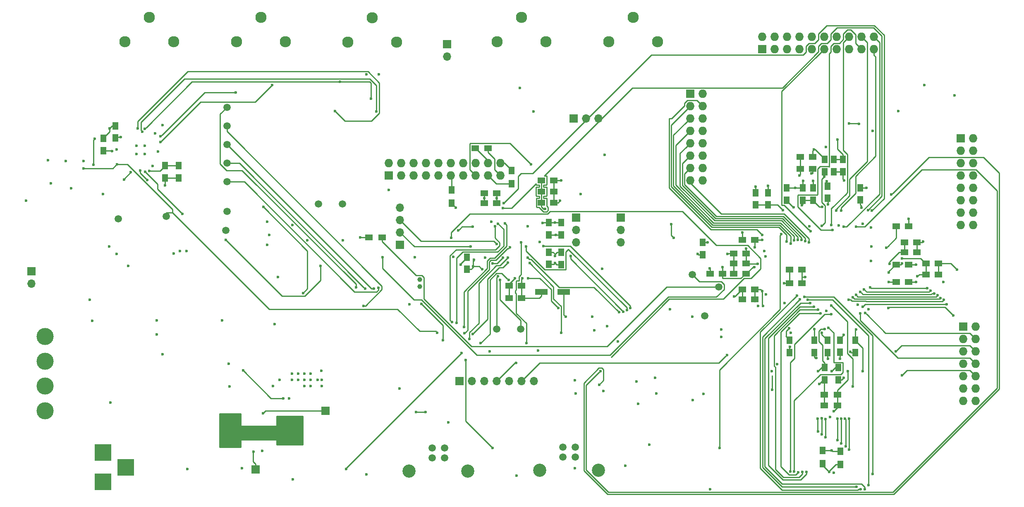
<source format=gbr>
G04 #@! TF.FileFunction,Copper,L4,Bot,Signal*
%FSLAX46Y46*%
G04 Gerber Fmt 4.6, Leading zero omitted, Abs format (unit mm)*
G04 Created by KiCad (PCBNEW 4.0.7-e2-6376~58~ubuntu16.04.1) date Mon Aug 27 15:24:17 2018*
%MOMM*%
%LPD*%
G01*
G04 APERTURE LIST*
%ADD10C,0.100000*%
%ADD11C,1.500000*%
%ADD12R,1.727200X1.727200*%
%ADD13O,1.727200X1.727200*%
%ADD14R,1.700000X1.700000*%
%ADD15O,1.700000X1.700000*%
%ADD16R,1.250000X1.500000*%
%ADD17C,1.000000*%
%ADD18C,1.520000*%
%ADD19C,2.700000*%
%ADD20R,1.500000X1.300000*%
%ADD21R,1.300000X1.500000*%
%ADD22R,1.500000X1.250000*%
%ADD23R,2.598420X1.198880*%
%ADD24R,2.600960X1.198880*%
%ADD25C,2.300000*%
%ADD26R,3.500000X3.500000*%
%ADD27C,3.500000*%
%ADD28C,0.600000*%
%ADD29C,1.200000*%
%ADD30C,0.250000*%
%ADD31C,0.254000*%
G04 APERTURE END LIST*
D10*
D11*
X94361000Y-97663000D03*
D12*
X204216000Y-60452000D03*
D13*
X204216000Y-57912000D03*
X206756000Y-60452000D03*
X206756000Y-57912000D03*
X209296000Y-60452000D03*
X209296000Y-57912000D03*
X211836000Y-60452000D03*
X211836000Y-57912000D03*
X214376000Y-60452000D03*
X214376000Y-57912000D03*
X216916000Y-60452000D03*
X216916000Y-57912000D03*
X219456000Y-60452000D03*
X219456000Y-57912000D03*
X221996000Y-60452000D03*
X221996000Y-57912000D03*
X224536000Y-60452000D03*
X224536000Y-57912000D03*
X227076000Y-60452000D03*
X227076000Y-57912000D03*
D12*
X189484000Y-69596000D03*
D13*
X192024000Y-69596000D03*
X189484000Y-72136000D03*
X192024000Y-72136000D03*
X189484000Y-74676000D03*
X192024000Y-74676000D03*
X189484000Y-77216000D03*
X192024000Y-77216000D03*
X189484000Y-79756000D03*
X192024000Y-79756000D03*
X189484000Y-82296000D03*
X192024000Y-82296000D03*
X189484000Y-84836000D03*
X192024000Y-84836000D03*
X189484000Y-87376000D03*
X192024000Y-87376000D03*
D14*
X166116000Y-94996000D03*
D15*
X166116000Y-97536000D03*
X166116000Y-100076000D03*
D14*
X175260000Y-94996000D03*
D15*
X175260000Y-97536000D03*
X175260000Y-100076000D03*
D16*
X160528000Y-102108000D03*
X160528000Y-104608000D03*
X143764000Y-105624000D03*
X143764000Y-103124000D03*
D14*
X130048000Y-100584000D03*
D15*
X130048000Y-98044000D03*
X130048000Y-95504000D03*
X130048000Y-92964000D03*
D17*
X134112000Y-107696000D03*
X134112000Y-109196000D03*
D12*
X127762000Y-86360000D03*
D13*
X127762000Y-83820000D03*
X130302000Y-86360000D03*
X130302000Y-83820000D03*
X132842000Y-86360000D03*
X132842000Y-83820000D03*
X135382000Y-86360000D03*
X135382000Y-83820000D03*
X137922000Y-86360000D03*
X137922000Y-83820000D03*
X140462000Y-86360000D03*
X140462000Y-83820000D03*
X143002000Y-86360000D03*
X143002000Y-83820000D03*
X145542000Y-86360000D03*
X145542000Y-83820000D03*
X148082000Y-86360000D03*
X148082000Y-83820000D03*
X150622000Y-86360000D03*
X150622000Y-83820000D03*
D18*
X136652000Y-142272000D03*
X139192000Y-142272000D03*
X139192000Y-144272000D03*
X136652000Y-144272000D03*
D19*
X131922000Y-146972000D03*
X143922000Y-146972000D03*
D14*
X142240000Y-128524000D03*
D15*
X144780000Y-128524000D03*
X147320000Y-128524000D03*
X149860000Y-128524000D03*
X152400000Y-128524000D03*
X154940000Y-128524000D03*
X157480000Y-128524000D03*
D14*
X165608000Y-74676000D03*
D15*
X168148000Y-74676000D03*
X170688000Y-74676000D03*
D11*
X149860000Y-117856000D03*
X154740000Y-117856000D03*
D20*
X219616000Y-131318000D03*
X216916000Y-131318000D03*
D12*
X245364000Y-117348000D03*
D13*
X247904000Y-117348000D03*
X245364000Y-119888000D03*
X247904000Y-119888000D03*
X245364000Y-122428000D03*
X247904000Y-122428000D03*
X245364000Y-124968000D03*
X247904000Y-124968000D03*
X245364000Y-127508000D03*
X247904000Y-127508000D03*
X245364000Y-130048000D03*
X247904000Y-130048000D03*
X245364000Y-132588000D03*
X247904000Y-132588000D03*
D20*
X219616000Y-133505474D03*
X216916000Y-133505474D03*
D21*
X220199227Y-145627998D03*
X220199227Y-142927998D03*
X216576226Y-145495000D03*
X216576226Y-142795000D03*
D18*
X163418000Y-142112000D03*
X165958000Y-142112000D03*
X165958000Y-144112000D03*
X163418000Y-144112000D03*
D19*
X158688000Y-146812000D03*
X170688000Y-146812000D03*
D22*
X200914000Y-106553000D03*
X198414000Y-106553000D03*
D23*
X159004000Y-110236000D03*
D24*
X163606480Y-110236000D03*
D16*
X163068000Y-102148000D03*
X163068000Y-104648000D03*
D22*
X154940000Y-111492222D03*
X152440000Y-111492222D03*
X154940000Y-108952222D03*
X152440000Y-108952222D03*
D16*
X220091000Y-120142000D03*
X220091000Y-122642000D03*
X217015188Y-125777476D03*
X217015188Y-128277476D03*
X219762577Y-125766905D03*
X219762577Y-128266905D03*
X217551000Y-120182000D03*
X217551000Y-122682000D03*
D22*
X159004000Y-87376000D03*
X161504000Y-87376000D03*
X159004000Y-89662000D03*
X161504000Y-89662000D03*
D16*
X163068000Y-96052000D03*
X163068000Y-98552000D03*
D22*
X159044000Y-91948000D03*
X161544000Y-91948000D03*
D16*
X160528000Y-96052000D03*
X160528000Y-98552000D03*
D22*
X147320000Y-90043000D03*
X149820000Y-90043000D03*
X147320000Y-92075000D03*
X149820000Y-92075000D03*
D14*
X139700000Y-59436000D03*
D15*
X139700000Y-61976000D03*
D25*
X154940000Y-53975000D03*
X159940000Y-58975000D03*
X149940000Y-58975000D03*
X177800000Y-53975000D03*
X182800000Y-58975000D03*
X172800000Y-58975000D03*
D11*
X195326000Y-109220000D03*
D25*
X124380000Y-54055000D03*
X129380000Y-59055000D03*
X119380000Y-59055000D03*
D16*
X212471000Y-91420000D03*
X212471000Y-88920000D03*
X202819000Y-92416000D03*
X202819000Y-89916000D03*
X214630000Y-91440000D03*
X214630000Y-88940000D03*
X205359000Y-92416000D03*
X205359000Y-89916000D03*
D11*
X192405000Y-115189000D03*
X189865000Y-106680000D03*
D16*
X192024000Y-100116000D03*
X192024000Y-102616000D03*
D22*
X200903275Y-102362000D03*
X198403275Y-102362000D03*
X200883275Y-104442885D03*
X198383275Y-104442885D03*
X196048000Y-106553000D03*
X193548000Y-106553000D03*
X212003000Y-85066564D03*
X214503000Y-85066564D03*
X237764000Y-106680000D03*
X240264000Y-106680000D03*
X233339000Y-100076000D03*
X235839000Y-100076000D03*
X209824000Y-105664000D03*
X212324000Y-105664000D03*
X233339000Y-102108000D03*
X235839000Y-102108000D03*
D12*
X244856000Y-78740000D03*
D13*
X247396000Y-78740000D03*
X244856000Y-81280000D03*
X247396000Y-81280000D03*
X244856000Y-83820000D03*
X247396000Y-83820000D03*
X244856000Y-86360000D03*
X247396000Y-86360000D03*
X244856000Y-88900000D03*
X247396000Y-88900000D03*
X244856000Y-91440000D03*
X247396000Y-91440000D03*
X244856000Y-93980000D03*
X247396000Y-93980000D03*
X244856000Y-96520000D03*
X247396000Y-96520000D03*
D16*
X218867494Y-85579042D03*
X218867494Y-83079042D03*
X220706000Y-85578000D03*
X220706000Y-83078000D03*
D22*
X212003000Y-82550000D03*
X214503000Y-82550000D03*
D16*
X216962494Y-85579042D03*
X216962494Y-83079042D03*
D14*
X100457000Y-146685000D03*
X114808000Y-134620000D03*
D26*
X69215000Y-143225000D03*
X69215000Y-149225000D03*
X73915000Y-146225000D03*
D27*
X57404000Y-134620000D03*
X57404000Y-129540000D03*
X57404000Y-124460000D03*
X57404000Y-119380000D03*
D21*
X152908000Y-88091000D03*
X152908000Y-85391000D03*
D20*
X148115000Y-80772000D03*
X145415000Y-80772000D03*
D14*
X54610000Y-106045000D03*
D15*
X54610000Y-108585000D03*
D21*
X140589000Y-89328000D03*
X140589000Y-92028000D03*
D11*
X113357000Y-92202000D03*
X118237000Y-92202000D03*
X94615000Y-83820000D03*
X94615000Y-80010000D03*
D16*
X71755000Y-76200000D03*
X71755000Y-78700000D03*
X69342000Y-78780000D03*
X69342000Y-81280000D03*
D11*
X82169000Y-94742000D03*
X94615000Y-72390000D03*
X94615000Y-76200000D03*
D16*
X84742112Y-84348000D03*
X84742112Y-86848000D03*
X81915000Y-84348000D03*
X81915000Y-86848000D03*
D11*
X72390000Y-95250000D03*
D25*
X78740000Y-53975000D03*
X83740000Y-58975000D03*
X73740000Y-58975000D03*
X101600000Y-53975000D03*
X106600000Y-58975000D03*
X96600000Y-58975000D03*
D11*
X94615000Y-87630000D03*
X94615000Y-93726000D03*
D22*
X237764000Y-104394000D03*
X240264000Y-104394000D03*
X209804000Y-108458000D03*
X212304000Y-108458000D03*
X202692000Y-99568000D03*
X200192000Y-99568000D03*
X202652000Y-109728000D03*
X200152000Y-109728000D03*
X202652000Y-111760000D03*
X200152000Y-111760000D03*
X231648000Y-108204000D03*
X234148000Y-108204000D03*
X231648000Y-104648000D03*
X234148000Y-104648000D03*
X231648000Y-96774000D03*
X234148000Y-96774000D03*
D16*
X224262000Y-91400000D03*
X224262000Y-88900000D03*
X217551000Y-91059000D03*
X217551000Y-88559000D03*
X209169000Y-91440000D03*
X209169000Y-88940000D03*
X209804000Y-120162000D03*
X209804000Y-122662000D03*
X214884000Y-120162000D03*
X214884000Y-122662000D03*
X223286000Y-120162000D03*
X223286000Y-122662000D03*
D20*
X126398000Y-99060000D03*
X123698000Y-99060000D03*
D28*
X76112500Y-81987500D03*
X77837500Y-81987500D03*
X77837500Y-80262500D03*
X76112500Y-80262500D03*
X140948771Y-103096502D03*
X102108000Y-92837000D03*
X110236000Y-110490000D03*
X223774000Y-112903000D03*
X225933000Y-113792002D03*
X66548000Y-111887000D03*
X102870000Y-100584000D03*
X206248000Y-130302000D03*
X178816000Y-133223000D03*
X182499000Y-131064000D03*
X178435000Y-128651000D03*
X214757000Y-81026000D03*
X219583000Y-78994000D03*
X80264000Y-116078000D03*
X80264000Y-118999000D03*
X195834000Y-117983000D03*
X81407000Y-123063000D03*
X104013000Y-129540000D03*
X111760000Y-129540000D03*
X110490000Y-129540000D03*
X105410000Y-128270000D03*
X107950000Y-128270000D03*
X107950000Y-127000000D03*
X111760000Y-127000000D03*
X110490000Y-127000000D03*
X109220000Y-127000000D03*
X109220000Y-128270000D03*
X110490000Y-128270000D03*
X111760000Y-128270000D03*
X113157000Y-128270000D03*
X114046000Y-129540000D03*
X114046000Y-128270000D03*
X113988010Y-126422990D03*
X58547000Y-88011000D03*
X62738000Y-89027000D03*
X153924000Y-147955000D03*
X167021000Y-90170000D03*
X171958000Y-82169000D03*
X123190000Y-147701000D03*
X129921000Y-130048000D03*
X139954000Y-137033000D03*
X171704000Y-130556000D03*
X165989000Y-131064000D03*
X165862000Y-146431000D03*
X189992000Y-132461000D03*
X182245000Y-127889000D03*
X162814000Y-91567000D03*
X163068000Y-87376000D03*
X142494000Y-104648000D03*
X147447000Y-103251000D03*
X97663000Y-146399000D03*
X101854000Y-142875000D03*
X108077000Y-148670000D03*
X86487000Y-146558000D03*
X141478000Y-92964000D03*
X153616330Y-107451999D03*
X148393989Y-122428000D03*
X158333000Y-122301000D03*
X148717000Y-95885000D03*
X156210000Y-96774000D03*
X161925000Y-98552000D03*
X149820000Y-91059000D03*
X161798000Y-104325999D03*
X185293000Y-113792000D03*
X174625000Y-120396000D03*
X169799000Y-118110000D03*
X193548000Y-150689979D03*
X218821000Y-147320000D03*
X210058000Y-118618000D03*
X217297000Y-114173000D03*
X217419417Y-87540999D03*
X214249000Y-85979000D03*
X133096000Y-103124000D03*
X131953000Y-112776000D03*
X93599000Y-116078000D03*
X103251000Y-98552000D03*
X102870000Y-95885000D03*
X118364000Y-99695000D03*
X108049559Y-96547441D03*
X111058942Y-99634058D03*
X57971564Y-83252436D03*
X154559000Y-68453000D03*
X157353000Y-73279000D03*
X72009000Y-81026000D03*
X70612000Y-76708000D03*
X81407000Y-76073000D03*
X79883000Y-77724000D03*
X123190000Y-65658996D03*
X125730000Y-65659000D03*
X80518000Y-81500010D03*
X65278000Y-83439000D03*
X61595000Y-83439000D03*
X81915000Y-88421615D03*
X79375000Y-84455000D03*
X219837000Y-96647000D03*
X226822000Y-77216000D03*
X237363000Y-67818000D03*
X243586000Y-69977000D03*
X203327000Y-113157000D03*
X204978000Y-110744000D03*
X208788000Y-112522000D03*
X226441000Y-103886000D03*
X226568000Y-100965000D03*
X226441000Y-97028000D03*
X224790000Y-96266000D03*
X212979000Y-107188000D03*
X204597000Y-101854000D03*
X204851000Y-102997000D03*
X213868000Y-96774000D03*
X218059000Y-135890000D03*
X209921010Y-121539000D03*
X218431859Y-142781857D03*
X220853000Y-127889000D03*
X198464575Y-111156324D03*
X193421000Y-105410000D03*
X244094000Y-105664000D03*
X215900000Y-129159000D03*
X67056000Y-116205000D03*
X205359000Y-88519000D03*
X202819000Y-88646000D03*
X212598000Y-87503000D03*
X214630000Y-87503000D03*
X237109000Y-99949000D03*
X220091000Y-123952000D03*
X217678000Y-123952000D03*
X191008000Y-102489000D03*
X197104000Y-102489000D03*
X210947000Y-88900000D03*
X215265000Y-123824996D03*
X222250000Y-122555000D03*
X234188000Y-95250000D03*
X235712000Y-104648000D03*
X235712000Y-108204000D03*
X225552000Y-88900000D03*
X200192000Y-98084000D03*
X148971000Y-104394000D03*
X156845000Y-84074000D03*
X151130000Y-103235010D03*
X155067000Y-107442000D03*
X150114000Y-107061000D03*
X196088000Y-105156000D03*
X208661000Y-108458000D03*
X217292493Y-80518000D03*
X171450000Y-105537000D03*
X232791000Y-104394000D03*
X232029000Y-73152000D03*
X193040006Y-100076000D03*
X181102000Y-141605000D03*
X176149000Y-145923000D03*
X146878051Y-105603051D03*
X165862000Y-128364000D03*
X161798000Y-102869990D03*
X145229918Y-103642000D03*
X145034000Y-105029000D03*
X127762000Y-89348999D03*
X195800261Y-119507000D03*
X159258000Y-96139000D03*
X161798000Y-96012000D03*
X70485000Y-100965000D03*
X74422000Y-104902000D03*
X147320000Y-91059000D03*
X172482000Y-117277000D03*
X189865000Y-115316000D03*
X169418000Y-115316000D03*
X163957000Y-115316000D03*
X217678000Y-92329000D03*
X216916000Y-86614000D03*
X105029000Y-107188000D03*
X104394000Y-116840000D03*
X69215000Y-90170000D03*
X78740000Y-85471000D03*
X204343000Y-113157000D03*
X232790990Y-103378011D03*
X229616000Y-101219000D03*
X209679551Y-117731551D03*
X235975990Y-107061009D03*
X230124000Y-106289010D03*
X223452021Y-117983000D03*
X210643978Y-92938487D03*
X204216000Y-110071010D03*
X217932000Y-147193000D03*
X202565000Y-105156000D03*
X221742000Y-126545011D03*
X218440000Y-126545011D03*
X215646000Y-126545011D03*
X217001000Y-117856000D03*
X224790000Y-126545011D03*
X218821000Y-134747000D03*
X206121000Y-126545011D03*
X72009000Y-102489000D03*
X208407000Y-93472000D03*
X216376000Y-96742000D03*
X207264000Y-125095000D03*
X214884000Y-117856000D03*
X241300000Y-108204000D03*
X230124000Y-108204010D03*
X220980000Y-87376000D03*
X224536000Y-92964000D03*
X202692000Y-101092000D03*
X204216000Y-99568000D03*
X150495000Y-107823000D03*
X159766000Y-93217996D03*
X95123000Y-129667000D03*
X70739000Y-132969000D03*
X192151000Y-131191000D03*
X107315000Y-132080000D03*
X97917000Y-126365000D03*
X106172000Y-132080000D03*
X94996000Y-124968000D03*
X53467000Y-91567000D03*
X126492000Y-103124000D03*
X216451021Y-92837000D03*
X220914647Y-119060647D03*
X230251000Y-104521000D03*
X212344000Y-92455994D03*
X86360000Y-101863999D03*
X84963000Y-101863999D03*
X83693000Y-102362000D03*
X200914000Y-101346000D03*
X216408000Y-118618000D03*
X203276999Y-104470999D03*
X211836000Y-86360000D03*
X81026000Y-79502000D03*
X103886000Y-67818000D03*
X67564000Y-78867000D03*
X67292009Y-84201000D03*
X81025994Y-78359000D03*
X96393000Y-69342000D03*
X76327000Y-76708000D03*
X116713000Y-73152000D03*
X77326667Y-77444781D03*
X125222000Y-73279000D03*
X72898000Y-78486000D03*
X71120000Y-81407000D03*
X152273000Y-107823000D03*
X153797000Y-124841000D03*
X146558000Y-120777000D03*
X100076000Y-143002000D03*
X101981000Y-135128000D03*
X138811000Y-120142000D03*
X134409345Y-112688655D03*
X185547000Y-96393002D03*
X186055000Y-99187000D03*
X152146000Y-104267000D03*
X144907000Y-118872000D03*
X156317012Y-107442000D03*
X162441501Y-113546501D03*
X163068000Y-118618000D03*
X156591000Y-104325999D03*
X158623000Y-100045000D03*
X196977000Y-123190000D03*
X154813004Y-100076000D03*
X155956000Y-120786990D03*
X122936000Y-109591001D03*
X125669051Y-109407949D03*
X72136000Y-84074008D03*
X65278000Y-84963000D03*
X137671129Y-118632416D03*
X122555000Y-113175870D03*
X121031000Y-109347000D03*
X124714000Y-109591000D03*
X225298000Y-114554000D03*
X231521000Y-122428000D03*
X224282000Y-114681006D03*
X232791000Y-127381000D03*
X144526000Y-100965000D03*
X149860000Y-100457000D03*
X140538108Y-99196990D03*
X141986000Y-97663000D03*
X144980250Y-96902771D03*
X113792000Y-104902000D03*
X94361000Y-99568000D03*
X226641169Y-93614268D03*
X151257000Y-92075000D03*
X151130000Y-93091000D03*
X225858036Y-93450851D03*
X204216000Y-98552000D03*
X209169000Y-99949000D03*
X210058000Y-100330000D03*
X210693000Y-99695000D03*
X211482117Y-99563481D03*
X212282104Y-99568400D03*
X213033877Y-99841969D03*
X213793364Y-100093330D03*
X214122000Y-97790000D03*
X218313000Y-96520000D03*
X218567000Y-97536000D03*
X219329000Y-93589000D03*
X220345000Y-93599000D03*
X220853000Y-96901000D03*
X143256000Y-118745000D03*
X118999000Y-146558000D03*
X142621000Y-122809000D03*
X152527000Y-101092000D03*
X148971000Y-142240000D03*
X143510000Y-124206000D03*
X144272000Y-119888000D03*
X152146000Y-103251000D03*
X156226163Y-103233199D03*
X174879000Y-114427000D03*
X143129000Y-117475000D03*
X151577058Y-96199942D03*
X135255000Y-134874000D03*
X133350000Y-134874000D03*
X208151321Y-98426679D03*
X195453000Y-142239996D03*
X224028000Y-75819000D03*
X221996000Y-75692000D03*
X77841594Y-76832515D03*
X117729000Y-67192999D03*
X124079000Y-70612000D03*
X77851000Y-85598000D03*
X85471000Y-94234000D03*
X76871948Y-85375846D03*
X78321894Y-87298023D03*
X73532994Y-87249000D03*
X74930000Y-85725000D03*
X175768000Y-114300000D03*
X164972295Y-102863999D03*
X155874283Y-100943011D03*
X176525741Y-114014397D03*
X177172881Y-113544065D03*
X159385000Y-100838000D03*
X150114000Y-96266000D03*
X141605000Y-116586000D03*
X140722215Y-116465215D03*
X149479000Y-96774000D03*
X97536000Y-139700000D03*
X97536000Y-138525000D03*
X95504000Y-138684000D03*
X94488000Y-138684000D03*
X93472000Y-138684000D03*
X105664000Y-141224000D03*
X106680000Y-141224000D03*
X107696000Y-141224000D03*
X108712000Y-141224000D03*
X109728000Y-141224000D03*
X109728000Y-139700000D03*
X108712000Y-139700000D03*
X107696000Y-139700000D03*
X106680000Y-139700000D03*
X105664000Y-139700000D03*
X105664000Y-138176000D03*
X106680000Y-138176000D03*
X107696000Y-138176000D03*
X108712000Y-138176000D03*
X109728000Y-138176000D03*
X109728000Y-136652000D03*
X108712000Y-136652000D03*
X107696000Y-136652000D03*
X106680000Y-136652000D03*
X105664000Y-136652000D03*
X93472000Y-141224000D03*
X94488000Y-141224000D03*
X95504000Y-141224000D03*
X96520000Y-141224000D03*
X96520000Y-139700000D03*
X95504000Y-139700000D03*
X94488000Y-139700000D03*
X93472000Y-139700000D03*
X96520000Y-137668000D03*
X95504000Y-137668000D03*
X94488000Y-137668000D03*
X93472000Y-137668000D03*
X96520000Y-136144000D03*
X95504000Y-136144000D03*
X94488000Y-136144000D03*
X93472000Y-136144000D03*
D29*
X100552000Y-139700000D03*
X101727000Y-138525000D03*
D28*
X230632000Y-90296998D03*
X170815000Y-129286000D03*
X171069000Y-126492000D03*
X223393000Y-96901000D03*
X218313000Y-113029986D03*
X222758000Y-129667000D03*
X224406041Y-150689979D03*
X211328000Y-110998000D03*
X223520000Y-150239968D03*
X211930974Y-111797503D03*
X212852000Y-111252000D03*
X226822000Y-147574000D03*
X225933000Y-149860000D03*
X213487000Y-111887000D03*
X225206048Y-150687291D03*
X213995000Y-112522000D03*
X214757000Y-113284000D03*
X213233000Y-147193006D03*
X215646000Y-113919000D03*
X212433001Y-147188417D03*
X216154000Y-114681000D03*
X211546513Y-147256493D03*
X210772625Y-147053721D03*
X217800559Y-117597559D03*
X209931000Y-147066000D03*
X218313000Y-114808000D03*
X230068001Y-113528000D03*
X243305768Y-115105446D03*
X224790000Y-113284000D03*
X241935000Y-112776000D03*
X221869000Y-111887000D03*
X241409961Y-111873286D03*
X240688200Y-111528228D03*
X222752998Y-111351001D03*
X223393000Y-110870979D03*
X240110543Y-110974771D03*
X224282000Y-110245990D03*
X239395000Y-110617000D03*
X225044000Y-109728000D03*
X238633000Y-109982000D03*
X226314000Y-109345968D03*
X237998000Y-109474000D03*
X215519000Y-136271000D03*
X215646000Y-138859003D03*
X216408000Y-136144000D03*
X216408000Y-139436000D03*
X217192466Y-136300893D03*
X217189999Y-140061001D03*
X219583000Y-136271000D03*
X219583000Y-140686001D03*
X220383003Y-136271000D03*
X220345000Y-141311001D03*
X221183006Y-136271000D03*
X221286764Y-141936001D03*
X221996000Y-142560990D03*
X221996000Y-136271000D03*
X121920000Y-99060000D03*
D30*
X111115001Y-101844001D02*
X102108000Y-92837000D01*
X110236000Y-110490000D02*
X111115001Y-109610999D01*
X111115001Y-109610999D02*
X111115001Y-101844001D01*
X152440000Y-108952222D02*
X152440000Y-108628329D01*
X152440000Y-108628329D02*
X153316331Y-107751998D01*
X153316331Y-107751998D02*
X153616330Y-107451999D01*
X240264000Y-106680000D02*
X240264000Y-104394000D01*
X152440000Y-111492222D02*
X152440000Y-110617222D01*
X152440000Y-110617222D02*
X152440000Y-108952222D01*
X206248000Y-130302000D02*
X206248000Y-127472003D01*
X218867494Y-83079042D02*
X220704958Y-83079042D01*
X220704958Y-83079042D02*
X220706000Y-83078000D01*
X216962494Y-83079042D02*
X216962494Y-82954042D01*
X216962494Y-82954042D02*
X215034452Y-81026000D01*
X215034452Y-81026000D02*
X214757000Y-81026000D01*
X214503000Y-82550000D02*
X214503000Y-81280000D01*
X214503000Y-81280000D02*
X214757000Y-81026000D01*
X219583000Y-80955000D02*
X219583000Y-78994000D01*
X220706000Y-83078000D02*
X220706000Y-82078000D01*
X220706000Y-82078000D02*
X219583000Y-80955000D01*
X161544000Y-91948000D02*
X162433000Y-91948000D01*
X162433000Y-91948000D02*
X162814000Y-91567000D01*
X161504000Y-87376000D02*
X163068000Y-87376000D01*
X161504000Y-89662000D02*
X161504000Y-91908000D01*
X161504000Y-91908000D02*
X161544000Y-91948000D01*
X161504000Y-87376000D02*
X161504000Y-89662000D01*
X142494000Y-104519000D02*
X142494000Y-104648000D01*
X143764000Y-103124000D02*
X143764000Y-103249000D01*
X143764000Y-103249000D02*
X142494000Y-104519000D01*
X140589000Y-92075000D02*
X141478000Y-92964000D01*
X140589000Y-92028000D02*
X140589000Y-92075000D01*
X152908000Y-85391000D02*
X152908000Y-85291000D01*
X152908000Y-85291000D02*
X151437000Y-83820000D01*
X151437000Y-83820000D02*
X150622000Y-83820000D01*
X145415000Y-80772000D02*
X145515000Y-80772000D01*
X145515000Y-80772000D02*
X148082000Y-83339000D01*
X148082000Y-83339000D02*
X148082000Y-83820000D01*
X161925000Y-98552000D02*
X163068000Y-98552000D01*
X161403000Y-98552000D02*
X161925000Y-98552000D01*
X160528000Y-98552000D02*
X161403000Y-98552000D01*
X149820000Y-90932000D02*
X149820000Y-92075000D01*
X149820000Y-90043000D02*
X149820000Y-90932000D01*
X149820000Y-90932000D02*
X149820000Y-91059000D01*
X163068000Y-104648000D02*
X162120001Y-104648000D01*
X162120001Y-104648000D02*
X161798000Y-104325999D01*
X160528000Y-104608000D02*
X161515999Y-104608000D01*
X161515999Y-104608000D02*
X161798000Y-104325999D01*
X217424000Y-87545582D02*
X217419417Y-87540999D01*
X217424000Y-88940000D02*
X217424000Y-87545582D01*
X214465564Y-85979000D02*
X214249000Y-85979000D01*
X214503000Y-85066564D02*
X214503000Y-85941564D01*
X214503000Y-85941564D02*
X214465564Y-85979000D01*
X69342000Y-78780000D02*
X69342000Y-78655000D01*
X69342000Y-78655000D02*
X70612000Y-77385000D01*
X70612000Y-77132264D02*
X70612000Y-76708000D01*
X70612000Y-77385000D02*
X70612000Y-77132264D01*
X71755000Y-76200000D02*
X71120000Y-76200000D01*
X71120000Y-76200000D02*
X70612000Y-76708000D01*
X84742112Y-86848000D02*
X81915000Y-86848000D01*
X81915000Y-86848000D02*
X81915000Y-88421615D01*
X212324000Y-107188000D02*
X212324000Y-108438000D01*
X212324000Y-105664000D02*
X212324000Y-107188000D01*
X212324000Y-107188000D02*
X212979000Y-107188000D01*
X212324000Y-108438000D02*
X212304000Y-108458000D01*
X209804000Y-121656010D02*
X209921010Y-121539000D01*
X209804000Y-122662000D02*
X209804000Y-121656010D01*
X218418716Y-142795000D02*
X218431859Y-142781857D01*
X218578000Y-142927998D02*
X218431859Y-142781857D01*
X216576226Y-142795000D02*
X218418716Y-142795000D01*
X220199227Y-142927998D02*
X218578000Y-142927998D01*
X219762577Y-128266905D02*
X220475095Y-128266905D01*
X220475095Y-128266905D02*
X220853000Y-127889000D01*
X198598676Y-111156324D02*
X198464575Y-111156324D01*
X200027000Y-109728000D02*
X198598676Y-111156324D01*
X200152000Y-109728000D02*
X200027000Y-109728000D01*
X193548000Y-106553000D02*
X193548000Y-105537000D01*
X193548000Y-105537000D02*
X193421000Y-105410000D01*
X198383275Y-104442885D02*
X198383275Y-106522275D01*
X198383275Y-106522275D02*
X198414000Y-106553000D01*
X240264000Y-104394000D02*
X242824000Y-104394000D01*
X242824000Y-104394000D02*
X244094000Y-105664000D01*
X217015188Y-128277476D02*
X216781524Y-128277476D01*
X216781524Y-128277476D02*
X215900000Y-129159000D01*
X219752006Y-128277476D02*
X219762577Y-128266905D01*
X216916000Y-131318000D02*
X216916000Y-128376664D01*
X216916000Y-128376664D02*
X217015188Y-128277476D01*
X216916000Y-133505474D02*
X216916000Y-131318000D01*
X205359000Y-89916000D02*
X205359000Y-88519000D01*
X202819000Y-89916000D02*
X202819000Y-88646000D01*
X212471000Y-88920000D02*
X212471000Y-87630000D01*
X212471000Y-87630000D02*
X212598000Y-87503000D01*
X214630000Y-88940000D02*
X214630000Y-87503000D01*
X235839000Y-100076000D02*
X236982000Y-100076000D01*
X236982000Y-100076000D02*
X237109000Y-99949000D01*
X235839000Y-100076000D02*
X235839000Y-102108000D01*
X220051000Y-122682000D02*
X220091000Y-122642000D01*
X220091000Y-122642000D02*
X220091000Y-123952000D01*
X217551000Y-122682000D02*
X217551000Y-123825000D01*
X217551000Y-123825000D02*
X217678000Y-123952000D01*
X192024000Y-102616000D02*
X191135000Y-102616000D01*
X191135000Y-102616000D02*
X191008000Y-102489000D01*
X198403275Y-102362000D02*
X197231000Y-102362000D01*
X197231000Y-102362000D02*
X197104000Y-102489000D01*
X198403275Y-102362000D02*
X198403275Y-104422885D01*
X198403275Y-104422885D02*
X198383275Y-104442885D01*
X209169000Y-88940000D02*
X210907000Y-88940000D01*
X210907000Y-88940000D02*
X210947000Y-88900000D01*
X211576000Y-88900000D02*
X210947000Y-88900000D01*
X212471000Y-88920000D02*
X211596000Y-88920000D01*
X211596000Y-88920000D02*
X211576000Y-88900000D01*
X214610000Y-88920000D02*
X214630000Y-88940000D01*
X214884000Y-123662000D02*
X215046996Y-123824996D01*
X215046996Y-123824996D02*
X215265000Y-123824996D01*
X214884000Y-122662000D02*
X214884000Y-123662000D01*
X223286000Y-122662000D02*
X222357000Y-122662000D01*
X222357000Y-122662000D02*
X222250000Y-122555000D01*
X234148000Y-95290000D02*
X234188000Y-95250000D01*
X234148000Y-96774000D02*
X234148000Y-95290000D01*
X234148000Y-104648000D02*
X235712000Y-104648000D01*
X234148000Y-108204000D02*
X235712000Y-108204000D01*
X224262000Y-88900000D02*
X225552000Y-88900000D01*
X200152000Y-109728000D02*
X200152000Y-111760000D01*
X200192000Y-99568000D02*
X200192000Y-98084000D01*
X149395264Y-104394000D02*
X148971000Y-104394000D01*
X149971010Y-104394000D02*
X149395264Y-104394000D01*
X151130000Y-103235010D02*
X149971010Y-104394000D01*
X145542000Y-86360000D02*
X144339999Y-85157999D01*
X144339999Y-85157999D02*
X144339999Y-79861999D01*
X144339999Y-79861999D02*
X144404999Y-79796999D01*
X144404999Y-79796999D02*
X152567999Y-79796999D01*
X152567999Y-79796999D02*
X156845000Y-84074000D01*
X154940000Y-108952222D02*
X154940000Y-109827222D01*
X154940000Y-109827222D02*
X154940000Y-111492222D01*
X154940000Y-107569000D02*
X155067000Y-107442000D01*
X154940000Y-108952222D02*
X154940000Y-107569000D01*
X154940000Y-111492222D02*
X158597218Y-111492222D01*
X158597218Y-111492222D02*
X159004000Y-111085440D01*
X159004000Y-111085440D02*
X159004000Y-110236000D01*
X149860000Y-117856000D02*
X149860000Y-107315000D01*
X149860000Y-107315000D02*
X150114000Y-107061000D01*
X196048000Y-105196000D02*
X196088000Y-105156000D01*
X196048000Y-106553000D02*
X196048000Y-105196000D01*
X209804000Y-108458000D02*
X208661000Y-108458000D01*
X223452021Y-117983000D02*
X223286000Y-118149021D01*
X192024000Y-100116000D02*
X193000006Y-100116000D01*
X193000006Y-100116000D02*
X193040006Y-100076000D01*
X231648000Y-104648000D02*
X232537000Y-104648000D01*
X232537000Y-104648000D02*
X232791000Y-104394000D01*
X193080006Y-100116000D02*
X193040006Y-100076000D01*
X146578052Y-105303052D02*
X146878051Y-105603051D01*
X146304000Y-105029000D02*
X146578052Y-105303052D01*
X145034000Y-105029000D02*
X146304000Y-105029000D01*
X163068000Y-102148000D02*
X162193000Y-102148000D01*
X161798000Y-102543000D02*
X161798000Y-102572736D01*
X160528000Y-102108000D02*
X161403000Y-102108000D01*
X161403000Y-102108000D02*
X161798000Y-102503000D01*
X162193000Y-102148000D02*
X161798000Y-102543000D01*
X161798000Y-102503000D02*
X161798000Y-102572736D01*
X161798000Y-102572736D02*
X161798000Y-102869990D01*
X145034000Y-104013000D02*
X145229918Y-103642000D01*
X145161000Y-103886000D02*
X145161000Y-103710918D01*
X145161000Y-103710918D02*
X145229918Y-103642000D01*
X145034000Y-105029000D02*
X145034000Y-104013000D01*
X145034000Y-105229000D02*
X145034000Y-105029000D01*
X143764000Y-105624000D02*
X144639000Y-105624000D01*
X144639000Y-105624000D02*
X145034000Y-105229000D01*
X160528000Y-96052000D02*
X159345000Y-96052000D01*
X159345000Y-96052000D02*
X159258000Y-96139000D01*
X161798000Y-96012000D02*
X163028000Y-96012000D01*
X163028000Y-96012000D02*
X163068000Y-96052000D01*
X160528000Y-96052000D02*
X161758000Y-96052000D01*
X161758000Y-96052000D02*
X161798000Y-96012000D01*
X147320000Y-90043000D02*
X147320000Y-91059000D01*
X147320000Y-91186000D02*
X147320000Y-91059000D01*
X147320000Y-92075000D02*
X147320000Y-91186000D01*
X160528000Y-102108000D02*
X161042001Y-102108000D01*
X163606480Y-114965480D02*
X163957000Y-115316000D01*
X163606480Y-110236000D02*
X163606480Y-114965480D01*
X217932000Y-146995225D02*
X217932000Y-147193000D01*
X220199227Y-145627998D02*
X219299227Y-145627998D01*
X219299227Y-145627998D02*
X217932000Y-146995225D01*
X216675999Y-96442001D02*
X216376000Y-96742000D01*
X217076023Y-96041977D02*
X216675999Y-96442001D01*
X217076023Y-92536998D02*
X217076023Y-96041977D01*
X216398001Y-91858976D02*
X217076023Y-92536998D01*
X216398001Y-87143535D02*
X216398001Y-91858976D01*
X216962494Y-86579042D02*
X216398001Y-87143535D01*
X217678000Y-91904736D02*
X217678000Y-92329000D01*
X217678000Y-91694000D02*
X217678000Y-91904736D01*
X217424000Y-91440000D02*
X217678000Y-91694000D01*
X209147000Y-119380000D02*
X209042000Y-119275000D01*
X209804000Y-120037000D02*
X209147000Y-119380000D01*
X209147000Y-119380000D02*
X209147000Y-118264102D01*
X209147000Y-118264102D02*
X209679551Y-117731551D01*
X209804000Y-120162000D02*
X209804000Y-120037000D01*
X216962494Y-86579042D02*
X216950958Y-86579042D01*
X216950958Y-86579042D02*
X216916000Y-86614000D01*
X216962494Y-85579042D02*
X216962494Y-86579042D01*
X81915000Y-84348000D02*
X82790000Y-84348000D01*
X82790000Y-84348000D02*
X84742112Y-84348000D01*
X78740000Y-85471000D02*
X80917000Y-85471000D01*
X80917000Y-85471000D02*
X81915000Y-84473000D01*
X81915000Y-84473000D02*
X81915000Y-84348000D01*
X204216000Y-113030000D02*
X204343000Y-113157000D01*
X204216000Y-110071010D02*
X204216000Y-113030000D01*
X237639000Y-104394000D02*
X236623011Y-103378011D01*
X237764000Y-104394000D02*
X237639000Y-104394000D01*
X236623011Y-103378011D02*
X233215254Y-103378011D01*
X233215254Y-103378011D02*
X232790990Y-103378011D01*
X229915999Y-100919001D02*
X229616000Y-101219000D01*
X231648000Y-96774000D02*
X231648000Y-99187000D01*
X231648000Y-99187000D02*
X229915999Y-100919001D01*
X209824000Y-105664000D02*
X209824000Y-108438000D01*
X209824000Y-108438000D02*
X209804000Y-108458000D01*
X236356999Y-106680000D02*
X236275989Y-106761010D01*
X237764000Y-106680000D02*
X236356999Y-106680000D01*
X236275989Y-106761010D02*
X235975990Y-107061009D01*
X230124000Y-106047000D02*
X230124000Y-106289010D01*
X231523000Y-104648000D02*
X230124000Y-106047000D01*
X231648000Y-104648000D02*
X231523000Y-104648000D01*
X223286000Y-120162000D02*
X223286000Y-118149021D01*
X209169000Y-91440000D02*
X209169000Y-91565000D01*
X210542487Y-92938487D02*
X210643978Y-92938487D01*
X209169000Y-91565000D02*
X210542487Y-92938487D01*
X203916001Y-109771011D02*
X204216000Y-110071010D01*
X203872990Y-109728000D02*
X203916001Y-109771011D01*
X202652000Y-109728000D02*
X203872990Y-109728000D01*
X216576226Y-145495000D02*
X216576226Y-145837226D01*
X216576226Y-145837226D02*
X217932000Y-147193000D01*
X196048000Y-106553000D02*
X196048000Y-107428000D01*
X196048000Y-107428000D02*
X196123001Y-107503001D01*
X196123001Y-107503001D02*
X199838999Y-107503001D01*
X199838999Y-107503001D02*
X200789000Y-106553000D01*
X200789000Y-106553000D02*
X200914000Y-106553000D01*
X202565000Y-105156000D02*
X202311000Y-105156000D01*
X202311000Y-105156000D02*
X200914000Y-106553000D01*
X237764000Y-104394000D02*
X237764000Y-106680000D01*
X219616000Y-131318000D02*
X219616000Y-130418000D01*
X219616000Y-130418000D02*
X221742000Y-128292000D01*
X221742000Y-128292000D02*
X221742000Y-126545011D01*
X219762577Y-125766905D02*
X219218106Y-125766905D01*
X219218106Y-125766905D02*
X218440000Y-126545011D01*
X217015188Y-125777476D02*
X216413535Y-125777476D01*
X216413535Y-125777476D02*
X215646000Y-126545011D01*
X217001000Y-117856000D02*
X216244998Y-117856000D01*
X216244998Y-117856000D02*
X215782999Y-118317999D01*
X215782999Y-118317999D02*
X215782999Y-120374001D01*
X215782999Y-120374001D02*
X216600999Y-121192001D01*
X216600999Y-121192001D02*
X216600999Y-124363287D01*
X216600999Y-124363287D02*
X217015188Y-124777476D01*
X217015188Y-124777476D02*
X217015188Y-125777476D01*
X224790000Y-121791000D02*
X224790000Y-126545011D01*
X223286000Y-120162000D02*
X223286000Y-120287000D01*
X223286000Y-120287000D02*
X224790000Y-121791000D01*
X219616000Y-131318000D02*
X219616000Y-133505474D01*
X219616000Y-133505474D02*
X219616000Y-133952000D01*
X219616000Y-133952000D02*
X218821000Y-134747000D01*
X202819000Y-92416000D02*
X205359000Y-92416000D01*
X205359000Y-92416000D02*
X207351000Y-92416000D01*
X207351000Y-92416000D02*
X208407000Y-93472000D01*
X218867494Y-85579042D02*
X220704958Y-85579042D01*
X220704958Y-85579042D02*
X220706000Y-85578000D01*
X214884000Y-117856000D02*
X214884000Y-120162000D01*
X231648000Y-108204000D02*
X230124000Y-108204000D01*
X220706000Y-87102000D02*
X220980000Y-87376000D01*
X220706000Y-85578000D02*
X220706000Y-87102000D01*
X224536000Y-92674000D02*
X224536000Y-92964000D01*
X224262000Y-91400000D02*
X224262000Y-92400000D01*
X224262000Y-92400000D02*
X224536000Y-92674000D01*
X202652000Y-109728000D02*
X202652000Y-111760000D01*
X202652000Y-112228000D02*
X202692000Y-112268000D01*
X202692000Y-99568000D02*
X202692000Y-101092000D01*
X202692000Y-99568000D02*
X204216000Y-99568000D01*
X154740000Y-116132000D02*
X150495000Y-111887000D01*
X150495000Y-111887000D02*
X150495000Y-107823000D01*
X154740000Y-117856000D02*
X154740000Y-116132000D01*
X159438996Y-93217996D02*
X159766000Y-93217996D01*
X159044000Y-91948000D02*
X159044000Y-92823000D01*
X159044000Y-92823000D02*
X159438996Y-93217996D01*
X159004000Y-89662000D02*
X159004000Y-91908000D01*
X159004000Y-91908000D02*
X159044000Y-91948000D01*
X159004000Y-87376000D02*
X159004000Y-89662000D01*
X103632000Y-132080000D02*
X97917000Y-126365000D01*
X106172000Y-132080000D02*
X103632000Y-132080000D01*
X195326000Y-109220000D02*
X184658000Y-109220000D01*
X126398000Y-99060000D02*
X126398000Y-99960000D01*
X134937001Y-107299999D02*
X134937001Y-111696001D01*
X126398000Y-99960000D02*
X133308999Y-106870999D01*
X133308999Y-106870999D02*
X134508001Y-106870999D01*
X134508001Y-106870999D02*
X134937001Y-107299999D01*
X172466000Y-121412000D02*
X184658000Y-109220000D01*
X134937001Y-111696001D02*
X144653000Y-121412000D01*
X144653000Y-121412000D02*
X172466000Y-121412000D01*
X126492000Y-103124000D02*
X126492000Y-105435999D01*
X126492000Y-105435999D02*
X132938402Y-111882401D01*
X194855161Y-111281841D02*
X185010569Y-111281841D01*
X185010569Y-111281841D02*
X173092411Y-123199999D01*
X145804588Y-123199999D02*
X134486990Y-111882401D01*
X173092411Y-123199999D02*
X145804588Y-123199999D01*
X196401001Y-108703999D02*
X196401001Y-109736001D01*
X134486990Y-111882401D02*
X132938402Y-111882401D01*
X195842001Y-108144999D02*
X196401001Y-108703999D01*
X191329999Y-108144999D02*
X195842001Y-108144999D01*
X189865000Y-106680000D02*
X191329999Y-108144999D01*
X196401001Y-109736001D02*
X194855161Y-111281841D01*
X216026757Y-92837000D02*
X216451021Y-92837000D01*
X215902000Y-92837000D02*
X216026757Y-92837000D01*
X214630000Y-91565000D02*
X215902000Y-92837000D01*
X214630000Y-91440000D02*
X214630000Y-91565000D01*
X220091000Y-120142000D02*
X220091000Y-119884294D01*
X220091000Y-119884294D02*
X220914647Y-119060647D01*
X230251000Y-104096736D02*
X230251000Y-104521000D01*
X232247498Y-102100238D02*
X230251000Y-104096736D01*
X233277904Y-102100238D02*
X232247498Y-102100238D01*
X212471000Y-91420000D02*
X212471000Y-92328994D01*
X212471000Y-92328994D02*
X212344000Y-92455994D01*
X200903275Y-102362000D02*
X200903275Y-101356725D01*
X200903275Y-101356725D02*
X200914000Y-101346000D01*
X212471000Y-91420000D02*
X214610000Y-91420000D01*
X214610000Y-91420000D02*
X214630000Y-91440000D01*
X233339000Y-100076000D02*
X233339000Y-102108000D01*
X217591000Y-120142000D02*
X217551000Y-120182000D01*
X216408000Y-118618000D02*
X216408000Y-119039000D01*
X216408000Y-119039000D02*
X217551000Y-120182000D01*
X200903275Y-102362000D02*
X200903275Y-104422885D01*
X200903275Y-104422885D02*
X200883275Y-104442885D01*
X203276999Y-104470999D02*
X200911389Y-104470999D01*
X200911389Y-104470999D02*
X200883275Y-104442885D01*
X212003000Y-85066564D02*
X212003000Y-86193000D01*
X212003000Y-86193000D02*
X211836000Y-86360000D01*
X212003000Y-82550000D02*
X212003000Y-83425000D01*
X212003000Y-83425000D02*
X212003000Y-85066564D01*
X89213001Y-71314999D02*
X81325999Y-79202001D01*
X103886000Y-67818000D02*
X100389001Y-71314999D01*
X81325999Y-79202001D02*
X81026000Y-79502000D01*
X100389001Y-71314999D02*
X89213001Y-71314999D01*
X67292009Y-79138991D02*
X67564000Y-78867000D01*
X67292009Y-84201000D02*
X67292009Y-79138991D01*
X81325993Y-78059001D02*
X81025994Y-78359000D01*
X90042994Y-69342000D02*
X81325993Y-78059001D01*
X96393000Y-69342000D02*
X90042994Y-69342000D01*
X123490001Y-65033995D02*
X86604005Y-65033995D01*
X125847001Y-67390995D02*
X123490001Y-65033995D01*
X125847001Y-73579001D02*
X125847001Y-67390995D01*
X124242002Y-75184000D02*
X125847001Y-73579001D01*
X76327000Y-75311000D02*
X76327000Y-76283736D01*
X116713000Y-73152000D02*
X118745000Y-75184000D01*
X76327000Y-76283736D02*
X76327000Y-76708000D01*
X86604005Y-65033995D02*
X76327000Y-75311000D01*
X118745000Y-75184000D02*
X124242002Y-75184000D01*
X77026668Y-77144782D02*
X77326667Y-77444781D01*
X85904738Y-66567998D02*
X77026668Y-75446068D01*
X123846408Y-66567998D02*
X85904738Y-66567998D01*
X125222000Y-73279000D02*
X125222000Y-67943590D01*
X125222000Y-67943590D02*
X123846408Y-66567998D01*
X77026668Y-75446068D02*
X77026668Y-77144782D01*
X72898000Y-78486000D02*
X71969000Y-78486000D01*
X71969000Y-78486000D02*
X71755000Y-78700000D01*
X69342000Y-81280000D02*
X70993000Y-81280000D01*
X70993000Y-81280000D02*
X71120000Y-81407000D01*
X146558000Y-120777000D02*
X148463000Y-118872000D01*
X148463000Y-118872000D02*
X148463000Y-107786998D01*
X148463000Y-107786998D02*
X149813999Y-106435999D01*
X149813999Y-106435999D02*
X150885999Y-106435999D01*
X150885999Y-106435999D02*
X151973001Y-107523001D01*
X151973001Y-107523001D02*
X152273000Y-107823000D01*
X153543000Y-124841000D02*
X153797000Y-124841000D01*
X149860000Y-128524000D02*
X153543000Y-124841000D01*
X99949000Y-145077000D02*
X99949000Y-143129000D01*
X99949000Y-143129000D02*
X100076000Y-143002000D01*
X100457000Y-146685000D02*
X100457000Y-145585000D01*
X100457000Y-145585000D02*
X99949000Y-145077000D01*
X101981000Y-135128000D02*
X102489000Y-134620000D01*
X102489000Y-134620000D02*
X114808000Y-134620000D01*
X138811000Y-119717736D02*
X138811000Y-120142000D01*
X134409345Y-112688655D02*
X138811000Y-117090310D01*
X138811000Y-117090310D02*
X138811000Y-119717736D01*
X185547000Y-96817266D02*
X185547000Y-96393002D01*
X185547000Y-98679000D02*
X185547000Y-96817266D01*
X186055000Y-99187000D02*
X185547000Y-98679000D01*
X150340587Y-105273001D02*
X151139999Y-105273001D01*
X144907000Y-118872000D02*
X147955000Y-115824000D01*
X151139999Y-105273001D02*
X151846001Y-104566999D01*
X147955000Y-107658588D02*
X150340587Y-105273001D01*
X147955000Y-115824000D02*
X147955000Y-107658588D01*
X151846001Y-104566999D02*
X152146000Y-104267000D01*
X158693652Y-107442000D02*
X156741276Y-107442000D01*
X161036000Y-109784348D02*
X158693652Y-107442000D01*
X156741276Y-107442000D02*
X156317012Y-107442000D01*
X162441501Y-113546501D02*
X161036000Y-112141000D01*
X161036000Y-112141000D02*
X161036000Y-109784348D01*
X163068000Y-118193736D02*
X163068000Y-118618000D01*
X163068000Y-113247998D02*
X163068000Y-118193736D01*
X161486010Y-111666008D02*
X163068000Y-113247998D01*
X161486010Y-109221009D02*
X161486010Y-111666008D01*
X156591000Y-104325999D02*
X161486010Y-109221009D01*
X154940000Y-128524000D02*
X158632999Y-124831001D01*
X158632999Y-124831001D02*
X195335999Y-124831001D01*
X196677001Y-123489999D02*
X196977000Y-123190000D01*
X195335999Y-124831001D02*
X196677001Y-123489999D01*
X154813004Y-100076000D02*
X154813004Y-106263000D01*
X154813004Y-106263000D02*
X154813000Y-106263004D01*
X154813000Y-106680000D02*
X154766999Y-106726001D01*
X154813000Y-106263004D02*
X154813000Y-106680000D01*
X154766999Y-106726001D02*
X154766999Y-106816999D01*
X154432000Y-107151998D02*
X154432000Y-107950000D01*
X154766999Y-106816999D02*
X154432000Y-107151998D01*
X154432000Y-107950000D02*
X154379779Y-108002221D01*
X154379779Y-108002221D02*
X153929999Y-108002221D01*
X153929999Y-108002221D02*
X153864999Y-108067221D01*
X153864999Y-108067221D02*
X153864999Y-109837223D01*
X153864999Y-109837223D02*
X153670000Y-110032222D01*
X153670000Y-110490000D02*
X153747778Y-110490000D01*
X153670000Y-110032222D02*
X153670000Y-110490000D01*
X153864999Y-110607221D02*
X153864999Y-114620589D01*
X153747778Y-110490000D02*
X153864999Y-110607221D01*
X153864999Y-114620589D02*
X155956000Y-116711590D01*
X155956000Y-116711590D02*
X155956000Y-120362726D01*
X155956000Y-120362726D02*
X155956000Y-120786990D01*
X122636001Y-109291002D02*
X122936000Y-109591001D01*
X97164999Y-83820000D02*
X122636001Y-109291002D01*
X94615000Y-83820000D02*
X97164999Y-83820000D01*
X125669051Y-109832213D02*
X125669051Y-109407949D01*
X94615000Y-87630000D02*
X98171000Y-87630000D01*
X125285263Y-110216001D02*
X125669051Y-109832213D01*
X120757001Y-110216001D02*
X125285263Y-110216001D01*
X98171000Y-87630000D02*
X120757001Y-110216001D01*
X72136000Y-84074008D02*
X73068256Y-84074008D01*
X73068256Y-84074008D02*
X73068264Y-84074000D01*
X74211264Y-84074000D02*
X83439000Y-93301736D01*
X73068264Y-84074000D02*
X74211264Y-84074000D01*
X83439000Y-93301736D02*
X83439000Y-93980000D01*
X71247008Y-84963000D02*
X71836001Y-84374007D01*
X65278000Y-84963000D02*
X71247008Y-84963000D01*
X71836001Y-84374007D02*
X72136000Y-84074008D01*
X83439000Y-93980000D02*
X103259871Y-113800871D01*
X103259871Y-113800871D02*
X129548871Y-113800871D01*
X129548871Y-113800871D02*
X134080417Y-118332417D01*
X134080417Y-118332417D02*
X137371130Y-118332417D01*
X137371130Y-118332417D02*
X137671129Y-118632416D01*
X83439000Y-93980000D02*
X82169000Y-93980000D01*
X82169000Y-93980000D02*
X82169000Y-94742000D01*
X122980674Y-113157000D02*
X122573870Y-113157000D01*
X122573870Y-113157000D02*
X122555000Y-113175870D01*
X94615000Y-76200000D02*
X94615000Y-77306998D01*
X126355001Y-109782673D02*
X122980674Y-113157000D01*
X94615000Y-77306998D02*
X126355001Y-109046999D01*
X126355001Y-109046999D02*
X126355001Y-109782673D01*
X93218000Y-84014002D02*
X93218000Y-73787000D01*
X93218000Y-73787000D02*
X94615000Y-72390000D01*
X97730002Y-85344000D02*
X94547998Y-85344000D01*
X94547998Y-85344000D02*
X93218000Y-84014002D01*
X121031000Y-109347000D02*
X121031000Y-108644998D01*
X121031000Y-108644998D02*
X97730002Y-85344000D01*
X124714000Y-109591000D02*
X124196000Y-109591000D01*
X124196000Y-109591000D02*
X94615000Y-80010000D01*
X225597999Y-114853999D02*
X225298000Y-114554000D01*
X229443399Y-118699399D02*
X225597999Y-114853999D01*
X246715399Y-118699399D02*
X229443399Y-118699399D01*
X247904000Y-119888000D02*
X246715399Y-118699399D01*
X231521000Y-122428000D02*
X232709601Y-121239399D01*
X232709601Y-121239399D02*
X246715399Y-121239399D01*
X247040401Y-121564401D02*
X247904000Y-122428000D01*
X246715399Y-121239399D02*
X247040401Y-121564401D01*
X224282000Y-115105270D02*
X224282000Y-114681006D01*
X224282000Y-116076590D02*
X224282000Y-115105270D01*
X231984809Y-123779399D02*
X224282000Y-116076590D01*
X246715399Y-123779399D02*
X231984809Y-123779399D01*
X247904000Y-124968000D02*
X246715399Y-123779399D01*
X232791000Y-127381000D02*
X233852601Y-126319399D01*
X233852601Y-126319399D02*
X246715399Y-126319399D01*
X246715399Y-126319399D02*
X247040401Y-126644401D01*
X247040401Y-126644401D02*
X247904000Y-127508000D01*
X132969000Y-100965000D02*
X144101736Y-100965000D01*
X144101736Y-100965000D02*
X144526000Y-100965000D01*
X130048000Y-98044000D02*
X132969000Y-100965000D01*
X130048000Y-95504000D02*
X134366000Y-99822000D01*
X134366000Y-99822000D02*
X149225000Y-99822000D01*
X149225000Y-99822000D02*
X149860000Y-100457000D01*
X173278812Y-123650008D02*
X185196969Y-111731851D01*
X160252401Y-94293008D02*
X144339992Y-94293008D01*
X185196969Y-111731851D02*
X196246559Y-111731851D01*
X196246559Y-111731851D02*
X200475409Y-107503001D01*
X200475409Y-107503001D02*
X201924001Y-107503001D01*
X201924001Y-107503001D02*
X203902000Y-105525002D01*
X140538108Y-98772726D02*
X140538108Y-99196990D01*
X203902000Y-105525002D02*
X203902000Y-103408998D01*
X140538108Y-98094892D02*
X140538108Y-98772726D01*
X203902000Y-103408998D02*
X201214001Y-100720999D01*
X201214001Y-100720999D02*
X194827999Y-100720999D01*
X194827999Y-100720999D02*
X187833000Y-93726000D01*
X187833000Y-93726000D02*
X160819409Y-93726000D01*
X160819409Y-93726000D02*
X160252401Y-94293008D01*
X144339992Y-94293008D02*
X140538108Y-98094892D01*
X142285999Y-97363001D02*
X141986000Y-97663000D01*
X144980250Y-96902771D02*
X142746229Y-96902771D01*
X142746229Y-96902771D02*
X142285999Y-97363001D01*
X140589000Y-89328000D02*
X140589000Y-86487000D01*
X140589000Y-86487000D02*
X140462000Y-86360000D01*
X152908000Y-88091000D02*
X149813000Y-88091000D01*
X149813000Y-88091000D02*
X148082000Y-86360000D01*
X150622000Y-86360000D02*
X149433399Y-85171399D01*
X149433399Y-85171399D02*
X149433399Y-82990399D01*
X149433399Y-82990399D02*
X148115000Y-81672000D01*
X148115000Y-81672000D02*
X148115000Y-80772000D01*
X113792000Y-105326264D02*
X113792000Y-104902000D01*
X110536001Y-111115001D02*
X113792000Y-107859002D01*
X105908001Y-111115001D02*
X110536001Y-111115001D01*
X113792000Y-107859002D02*
X113792000Y-105326264D01*
X94361000Y-99568000D02*
X105908001Y-111115001D01*
X157234001Y-85946999D02*
X169037000Y-74144000D01*
X169037000Y-74144000D02*
X181540399Y-61640601D01*
X168148000Y-74676000D02*
X168505000Y-74676000D01*
X168505000Y-74676000D02*
X169037000Y-74144000D01*
X151257000Y-92075000D02*
X154272999Y-89059001D01*
X154272999Y-89059001D02*
X154272999Y-86557999D01*
X214946529Y-59263399D02*
X215727399Y-58482529D01*
X213187399Y-61022529D02*
X213187399Y-59881471D01*
X154272999Y-86557999D02*
X154883999Y-85946999D01*
X213187399Y-59881471D02*
X213805471Y-59263399D01*
X215727399Y-58482529D02*
X215727399Y-57341471D01*
X154883999Y-85946999D02*
X157234001Y-85946999D01*
X227174522Y-55614982D02*
X229164621Y-57605081D01*
X181540399Y-61640601D02*
X212569327Y-61640601D01*
X229164621Y-57605081D02*
X229164621Y-91090816D01*
X212569327Y-61640601D02*
X213187399Y-61022529D01*
X213805471Y-59263399D02*
X214946529Y-59263399D01*
X215727399Y-57341471D02*
X217453888Y-55614982D01*
X217453888Y-55614982D02*
X227174522Y-55614982D01*
X229164621Y-91090816D02*
X226641169Y-93614268D01*
X177591601Y-68407399D02*
X171831000Y-74168000D01*
X171831000Y-74168000D02*
X159573001Y-86425999D01*
X170688000Y-74676000D02*
X171323000Y-74676000D01*
X171323000Y-74676000D02*
X171831000Y-74168000D01*
X159291008Y-93668006D02*
X159252595Y-93668005D01*
X208324191Y-68407399D02*
X177591601Y-68407399D01*
X159454010Y-90997999D02*
X160054001Y-90997999D01*
X215727399Y-59881471D02*
X215727399Y-61004191D01*
X160079001Y-90547001D02*
X160014001Y-90612001D01*
X158033999Y-90997999D02*
X158553990Y-90997999D01*
X160014001Y-88326001D02*
X159454010Y-88326001D01*
X157968999Y-91062999D02*
X158033999Y-90997999D01*
X219543879Y-56064991D02*
X218267399Y-57341471D01*
X160014001Y-88711999D02*
X160079001Y-88776999D01*
X158553990Y-88326001D02*
X157993999Y-88326001D01*
X160391001Y-93517997D02*
X160066001Y-93842997D01*
X159573001Y-86425999D02*
X160014001Y-86425999D01*
X159454010Y-88326001D02*
X159454010Y-88711999D01*
X160014001Y-86425999D02*
X160079001Y-86490999D01*
X218267399Y-58482529D02*
X217486529Y-59263399D01*
X158593991Y-93009401D02*
X158593991Y-92898001D01*
X216345471Y-59263399D02*
X215727399Y-59881471D01*
X160119001Y-92645995D02*
X160391001Y-92917995D01*
X225858036Y-93450851D02*
X228714611Y-90594276D01*
X215727399Y-61004191D02*
X208324191Y-68407399D01*
X160079001Y-88261001D02*
X160014001Y-88326001D01*
X228714611Y-90594276D02*
X228714611Y-57791481D01*
X158033999Y-92898001D02*
X157968999Y-92833001D01*
X217486529Y-59263399D02*
X216345471Y-59263399D01*
X160119001Y-91062999D02*
X160119001Y-92645995D01*
X228714611Y-57791481D02*
X226988121Y-56064991D01*
X157968999Y-92833001D02*
X157968999Y-91062999D01*
X226988121Y-56064991D02*
X219543879Y-56064991D01*
X218267399Y-57341471D02*
X218267399Y-58482529D01*
X158553990Y-90997999D02*
X158553990Y-90612001D01*
X160079001Y-86490999D02*
X160079001Y-88261001D01*
X159454010Y-88711999D02*
X160014001Y-88711999D01*
X160079001Y-88776999D02*
X160079001Y-90547001D01*
X160014001Y-90612001D02*
X159454010Y-90612001D01*
X159252595Y-93668005D02*
X158593991Y-93009401D01*
X159465999Y-93842997D02*
X159291008Y-93668006D01*
X159454010Y-90612001D02*
X159454010Y-90997999D01*
X160054001Y-90997999D02*
X160119001Y-91062999D01*
X158553990Y-90612001D02*
X157993999Y-90612001D01*
X160391001Y-92917995D02*
X160391001Y-93517997D01*
X160066001Y-93842997D02*
X159465999Y-93842997D01*
X158553990Y-88711999D02*
X158553990Y-88326001D01*
X158593991Y-92898001D02*
X158033999Y-92898001D01*
X157993999Y-90612001D02*
X157928999Y-90547001D01*
X152908000Y-93091000D02*
X151130000Y-93091000D01*
X157928999Y-90547001D02*
X157928999Y-88776999D01*
X157928999Y-88776999D02*
X157993999Y-88711999D01*
X157993999Y-88711999D02*
X158553990Y-88711999D01*
X157993999Y-88326001D02*
X157928999Y-88261001D01*
X157928999Y-88070001D02*
X152908000Y-93091000D01*
X157928999Y-88261001D02*
X157928999Y-88070001D01*
X185143959Y-74716911D02*
X185633089Y-74716911D01*
X185633089Y-74716911D02*
X188295399Y-72054601D01*
X188295399Y-72054601D02*
X188295399Y-71565471D01*
X188295399Y-71565471D02*
X188913471Y-70947399D01*
X188913471Y-70947399D02*
X190835399Y-70947399D01*
X191160401Y-71272401D02*
X192024000Y-72136000D01*
X190835399Y-70947399D02*
X191160401Y-71272401D01*
X193699599Y-97442064D02*
X185143959Y-88886424D01*
X185143959Y-88886424D02*
X185143959Y-74716911D01*
X203106065Y-97442065D02*
X193699599Y-97442064D01*
X204216000Y-98552000D02*
X203106065Y-97442065D01*
X193886000Y-96992055D02*
X185593969Y-88700024D01*
X207600595Y-96992055D02*
X193886000Y-96992055D01*
X185593969Y-76026031D02*
X188620401Y-72999599D01*
X185593969Y-88700024D02*
X185593969Y-76026031D01*
X209169000Y-98560460D02*
X207600595Y-96992055D01*
X209169000Y-99949000D02*
X209169000Y-98560460D01*
X188620401Y-72999599D02*
X189484000Y-72136000D01*
X186043980Y-88513624D02*
X186043980Y-78116020D01*
X210058000Y-100330000D02*
X210058000Y-98813050D01*
X188620401Y-75539599D02*
X189484000Y-74676000D01*
X207786994Y-96542044D02*
X194072400Y-96542044D01*
X210058000Y-98813050D02*
X207786994Y-96542044D01*
X194072400Y-96542044D02*
X186043980Y-88513624D01*
X186043980Y-78116020D02*
X188620401Y-75539599D01*
X194258800Y-96092033D02*
X186493991Y-88327224D01*
X210693000Y-98811640D02*
X207973393Y-96092033D01*
X207973393Y-96092033D02*
X194258800Y-96092033D01*
X210693000Y-99695000D02*
X210693000Y-98811640D01*
X186493991Y-80206009D02*
X188620401Y-78079599D01*
X188620401Y-78079599D02*
X189484000Y-77216000D01*
X186493991Y-88327224D02*
X186493991Y-80206009D01*
X188620401Y-80619599D02*
X189484000Y-79756000D01*
X187395377Y-81844623D02*
X188620401Y-80619599D01*
X187395377Y-88592199D02*
X187395377Y-81844623D01*
X194445200Y-95642022D02*
X187395377Y-88592199D01*
X211482117Y-98964347D02*
X208159792Y-95642022D01*
X211482117Y-99563481D02*
X211482117Y-98964347D01*
X208159792Y-95642022D02*
X194445200Y-95642022D01*
X187845388Y-88405799D02*
X194631600Y-95192011D01*
X189484000Y-82296000D02*
X187845388Y-83934612D01*
X212282104Y-99144136D02*
X212282104Y-99568400D01*
X212282104Y-99127924D02*
X212282104Y-99144136D01*
X208346191Y-95192011D02*
X212282104Y-99127924D01*
X187845388Y-83934612D02*
X187845388Y-88405799D01*
X194631600Y-95192011D02*
X208346191Y-95192011D01*
X213033877Y-99417705D02*
X213033877Y-99841969D01*
X194818000Y-94742000D02*
X208532590Y-94742000D01*
X188295399Y-88219399D02*
X194818000Y-94742000D01*
X189484000Y-84836000D02*
X188295399Y-86024601D01*
X188295399Y-86024601D02*
X188295399Y-88219399D01*
X208532590Y-94742000D02*
X213033877Y-99243287D01*
X213033877Y-99243287D02*
X213033877Y-99417705D01*
X189484000Y-87376000D02*
X189484000Y-87884000D01*
X189484000Y-87884000D02*
X195834000Y-94234000D01*
X195834000Y-94234000D02*
X208661000Y-94234000D01*
X208661000Y-94234000D02*
X213741000Y-99314000D01*
X213741000Y-99314000D02*
X213793364Y-100093330D01*
X213741000Y-100076000D02*
X213776034Y-100076000D01*
X213776034Y-100076000D02*
X213793364Y-100093330D01*
X214122000Y-97790000D02*
X213822001Y-97490001D01*
X213658999Y-97490001D02*
X208683999Y-92515001D01*
X208683999Y-92515001D02*
X208283999Y-92515001D01*
X213822001Y-97490001D02*
X213658999Y-97490001D01*
X208283999Y-92515001D02*
X208218999Y-92450001D01*
X208218999Y-92450001D02*
X208218999Y-69149001D01*
X208218999Y-69149001D02*
X216052401Y-61315599D01*
X216052401Y-61315599D02*
X216916000Y-60452000D01*
X218313000Y-96520000D02*
X218313000Y-93091000D01*
X221656001Y-82067999D02*
X220807399Y-81219397D01*
X218313000Y-93091000D02*
X218481001Y-93091000D01*
X221488000Y-90043000D02*
X221656001Y-89874999D01*
X218481001Y-93091000D02*
X221488000Y-90084001D01*
X221656001Y-89874999D02*
X221656001Y-82067999D01*
X221488000Y-90084001D02*
X221488000Y-90043000D01*
X220807399Y-81219397D02*
X220807399Y-59100601D01*
X220807399Y-59100601D02*
X221996000Y-57912000D01*
X218885471Y-59263399D02*
X218267399Y-59881471D01*
X224536000Y-60452000D02*
X223347399Y-59263399D01*
X223347399Y-59263399D02*
X223347399Y-57504269D01*
X217847495Y-84504041D02*
X216077493Y-84504041D01*
X217917493Y-84574039D02*
X217847495Y-84504041D01*
X223347399Y-57504269D02*
X222358130Y-56515000D01*
X218267399Y-59881471D02*
X218267399Y-61022529D01*
X218267399Y-61022529D02*
X217917493Y-61372435D01*
X222358130Y-56515000D02*
X221633870Y-56515000D01*
X216244998Y-97536000D02*
X218567000Y-97536000D01*
X221633870Y-56515000D02*
X220807399Y-57341471D01*
X211585999Y-90344999D02*
X211520999Y-90409999D01*
X216077493Y-84504041D02*
X215580001Y-85001533D01*
X220807399Y-57341471D02*
X220807399Y-58464191D01*
X220807399Y-58464191D02*
X220008191Y-59263399D01*
X220008191Y-59263399D02*
X218885471Y-59263399D01*
X217917493Y-61372435D02*
X217917493Y-84574039D01*
X215580001Y-85001533D02*
X215580001Y-90259999D01*
X211520999Y-90409999D02*
X211520999Y-92812001D01*
X215580001Y-90259999D02*
X215495001Y-90344999D01*
X215495001Y-90344999D02*
X211585999Y-90344999D01*
X211520999Y-92812001D02*
X216244998Y-97536000D01*
X222106011Y-90567989D02*
X219329000Y-93345000D01*
X219329000Y-93345000D02*
X219329000Y-93589000D01*
X224536000Y-57912000D02*
X225724601Y-59100601D01*
X222106011Y-87138989D02*
X222106011Y-90567989D01*
X225724601Y-59100601D02*
X225724601Y-83520399D01*
X225724601Y-83520399D02*
X222106011Y-87138989D01*
X220345000Y-93599000D02*
X220345000Y-92965410D01*
X220345000Y-92965410D02*
X223311999Y-89998411D01*
X227076000Y-61673314D02*
X227076000Y-60452000D01*
X223311999Y-89998411D02*
X223311999Y-86569411D01*
X223311999Y-86569411D02*
X227447001Y-82434409D01*
X227447001Y-82434409D02*
X227447001Y-62044315D01*
X227447001Y-62044315D02*
X227076000Y-61673314D01*
X227076000Y-57912000D02*
X228264601Y-59100601D01*
X228264601Y-59100601D02*
X228264601Y-90160401D01*
X221524002Y-96901000D02*
X220853000Y-96901000D01*
X228264601Y-90160401D02*
X221524002Y-96901000D01*
X148345999Y-105655411D02*
X143936999Y-110064411D01*
X143936999Y-110064411D02*
X143936999Y-118064001D01*
X148345999Y-104093999D02*
X148345999Y-105655411D01*
X148670999Y-103768999D02*
X148345999Y-104093999D01*
X143936999Y-118064001D02*
X143555999Y-118445001D01*
X152048009Y-101391999D02*
X149671009Y-103768999D01*
X143555999Y-118445001D02*
X143256000Y-118745000D01*
X152227001Y-101391999D02*
X152048009Y-101391999D01*
X149671009Y-103768999D02*
X148670999Y-103768999D01*
X152527000Y-101092000D02*
X152227001Y-101391999D01*
X142621000Y-122809000D02*
X118999000Y-146431000D01*
X118999000Y-146431000D02*
X118999000Y-146558000D01*
X143510000Y-124206000D02*
X143510000Y-136779000D01*
X143510000Y-136779000D02*
X148971000Y-142240000D01*
X144272000Y-118581998D02*
X144272000Y-119888000D01*
X146177000Y-108460820D02*
X146177000Y-116676998D01*
X146177000Y-116676998D02*
X144272000Y-118581998D01*
X152146000Y-103251000D02*
X150574008Y-104822992D01*
X150574008Y-104822992D02*
X150178428Y-104822992D01*
X150178428Y-104822992D02*
X150157411Y-104844009D01*
X150157411Y-104844009D02*
X149793811Y-104844009D01*
X149793811Y-104844009D02*
X146177000Y-108460820D01*
X156856785Y-103533198D02*
X156526162Y-103533198D01*
X156526162Y-103533198D02*
X156226163Y-103233199D01*
X162635146Y-109311559D02*
X156856785Y-103533198D01*
X174879000Y-114427000D02*
X169763559Y-109311559D01*
X169763559Y-109311559D02*
X162635146Y-109311559D01*
X143129000Y-117050736D02*
X143129000Y-117475000D01*
X143129000Y-110236000D02*
X143129000Y-117050736D01*
X151877057Y-100854353D02*
X149412422Y-103318988D01*
X147895988Y-103907599D02*
X147895988Y-105469012D01*
X149412422Y-103318988D02*
X148484599Y-103318988D01*
X151577058Y-96199942D02*
X151877057Y-96499941D01*
X147895988Y-105469012D02*
X143129000Y-110236000D01*
X151877057Y-96499941D02*
X151877057Y-100854353D01*
X148484599Y-103318988D02*
X147895988Y-103907599D01*
X133350000Y-134874000D02*
X135255000Y-134874000D01*
X195453000Y-142239996D02*
X195453000Y-126236590D01*
X195453000Y-126236590D02*
X207851322Y-113838268D01*
X207851322Y-113838268D02*
X207851322Y-98726678D01*
X207851322Y-98726678D02*
X208151321Y-98426679D01*
X221996000Y-75692000D02*
X223901000Y-75692000D01*
X223901000Y-75692000D02*
X224028000Y-75819000D01*
X78141593Y-76532516D02*
X77841594Y-76832515D01*
X87481110Y-67192999D02*
X78141593Y-76532516D01*
X117729000Y-67192999D02*
X87481110Y-67192999D01*
X117729000Y-67192999D02*
X123834999Y-67192999D01*
X124079000Y-67437000D02*
X124079000Y-70612000D01*
X123834999Y-67192999D02*
X124079000Y-67437000D01*
X78150999Y-85897999D02*
X77851000Y-85598000D01*
X80391000Y-88138000D02*
X78150999Y-85897999D01*
X80391000Y-88392000D02*
X80391000Y-88138000D01*
X80391000Y-88519000D02*
X80391000Y-88392000D01*
X80391000Y-88392000D02*
X80391000Y-89154000D01*
X80391000Y-89154000D02*
X85471000Y-94234000D01*
X78321894Y-87298023D02*
X76871948Y-85848077D01*
X76871948Y-85848077D02*
X76871948Y-85800110D01*
X76871948Y-85800110D02*
X76871948Y-85375846D01*
X73532994Y-87122006D02*
X73532994Y-87249000D01*
X74930000Y-85725000D02*
X73532994Y-87122006D01*
X164972295Y-103504295D02*
X175468001Y-114000001D01*
X164972295Y-102863999D02*
X164972295Y-103504295D01*
X175468001Y-114000001D02*
X175768000Y-114300000D01*
X164972295Y-102743705D02*
X164972295Y-102863999D01*
X163953001Y-105723001D02*
X159682999Y-105723001D01*
X164539955Y-101506657D02*
X164018001Y-102028611D01*
X176525741Y-114014397D02*
X176525741Y-113492443D01*
X164018001Y-102028611D02*
X164018001Y-105658001D01*
X164018001Y-105658001D02*
X163953001Y-105723001D01*
X176525741Y-113492443D02*
X164539955Y-101506657D01*
X155874283Y-101914285D02*
X155874283Y-100943011D01*
X159682999Y-105723001D02*
X155874283Y-101914285D01*
X159385000Y-100838000D02*
X164891080Y-100838000D01*
X177172881Y-113119801D02*
X177172881Y-113544065D01*
X164891080Y-100838000D02*
X177172881Y-113119801D01*
X141605000Y-116586000D02*
X141605000Y-103322998D01*
X141605000Y-103322998D02*
X142878999Y-102048999D01*
X142878999Y-102048999D02*
X150046001Y-102048999D01*
X150046001Y-102048999D02*
X151257000Y-100838000D01*
X151257000Y-100838000D02*
X151257000Y-97409000D01*
X151257000Y-97409000D02*
X150114000Y-96266000D01*
X140323770Y-116066770D02*
X140722215Y-116465215D01*
X149479000Y-96774000D02*
X149479000Y-99150998D01*
X149479000Y-99150998D02*
X150485001Y-100156999D01*
X150485001Y-100156999D02*
X150485001Y-100757001D01*
X150485001Y-100757001D02*
X149643012Y-101598990D01*
X149643012Y-101598990D02*
X141521281Y-101598990D01*
X141521281Y-101598990D02*
X140323770Y-102796501D01*
X140323770Y-102796501D02*
X140323770Y-116066770D01*
X230931999Y-89996999D02*
X230632000Y-90296998D01*
X249509399Y-82631399D02*
X238297599Y-82631399D01*
X231122540Y-151765000D02*
X252725011Y-130162529D01*
X167697990Y-146937402D02*
X172525588Y-151765000D01*
X170768999Y-125866999D02*
X167697990Y-128938008D01*
X171694001Y-128406999D02*
X171694001Y-126191999D01*
X170815000Y-129286000D02*
X171694001Y-128406999D01*
X167697990Y-128938008D02*
X167697990Y-146937402D01*
X172525588Y-151765000D02*
X231122540Y-151765000D01*
X252725011Y-85847011D02*
X249509399Y-82631399D01*
X171369001Y-125866999D02*
X170768999Y-125866999D01*
X238297599Y-82631399D02*
X230931999Y-89996999D01*
X252725011Y-130162529D02*
X252725011Y-85847011D01*
X171694001Y-126191999D02*
X171369001Y-125866999D01*
X252275000Y-89479870D02*
X252275000Y-129976130D01*
X236936605Y-85171399D02*
X247966529Y-85171399D01*
X247966529Y-85171399D02*
X252275000Y-89479870D01*
X170769001Y-126791999D02*
X171069000Y-126492000D01*
X223393000Y-96901000D02*
X225207004Y-96901000D01*
X225207004Y-96901000D02*
X236936605Y-85171399D01*
X252275000Y-129976130D02*
X230936141Y-151314989D01*
X172711987Y-151314989D02*
X168148001Y-146751003D01*
X168148001Y-146751003D02*
X168148001Y-129412999D01*
X230936141Y-151314989D02*
X172711987Y-151314989D01*
X168148001Y-129412999D02*
X170769001Y-126791999D01*
X222758000Y-129667000D02*
X222758000Y-123988002D01*
X218612999Y-113329985D02*
X218313000Y-113029986D01*
X221624999Y-122855001D02*
X221624999Y-116341985D01*
X221624999Y-116341985D02*
X218612999Y-113329985D01*
X222758000Y-123988002D02*
X221624999Y-122855001D01*
X223981777Y-150689979D02*
X224406041Y-150689979D01*
X203823982Y-118502018D02*
X203823982Y-146422802D01*
X211328000Y-110998000D02*
X203823982Y-118502018D01*
X223806778Y-150864978D02*
X223981777Y-150689979D01*
X208266158Y-150864978D02*
X223806778Y-150864978D01*
X203823982Y-146422802D02*
X208266158Y-150864978D01*
X208277558Y-150239968D02*
X223095736Y-150239968D01*
X223095736Y-150239968D02*
X223520000Y-150239968D01*
X204273993Y-119454484D02*
X204273993Y-146236403D01*
X204273993Y-146236403D02*
X208277558Y-150239968D01*
X211930974Y-111797503D02*
X204273993Y-119454484D01*
X226822000Y-147574000D02*
X226822000Y-119253000D01*
X226822000Y-119253000D02*
X218821000Y-111252000D01*
X218821000Y-111252000D02*
X212852000Y-111252000D01*
X213487000Y-111887000D02*
X218567000Y-111887000D01*
X218567000Y-111887000D02*
X225933000Y-119253000D01*
X225933000Y-119253000D02*
X225933000Y-149860000D01*
X204724004Y-119852863D02*
X204724004Y-146050004D01*
X212054867Y-112522000D02*
X204724004Y-119852863D01*
X225206048Y-150263027D02*
X225206048Y-150687291D01*
X213995000Y-112522000D02*
X212054867Y-112522000D01*
X208288966Y-149614966D02*
X224557987Y-149614966D01*
X204724004Y-146050004D02*
X208288966Y-149614966D01*
X224557987Y-149614966D02*
X225206048Y-150263027D01*
X214332736Y-113284000D02*
X214757000Y-113284000D01*
X205495999Y-119717279D02*
X211929278Y-113284000D01*
X205495999Y-145843411D02*
X205495999Y-119717279D01*
X212087271Y-148762999D02*
X208415587Y-148762999D01*
X213233000Y-147617270D02*
X212087271Y-148762999D01*
X213233000Y-147193006D02*
X213233000Y-147617270D01*
X208415587Y-148762999D02*
X205495999Y-145843411D01*
X211929278Y-113284000D02*
X214332736Y-113284000D01*
X206638999Y-125395001D02*
X206638999Y-119210690D01*
X215221736Y-113919000D02*
X215646000Y-113919000D01*
X211930689Y-113919000D02*
X215221736Y-113919000D01*
X211790683Y-148254999D02*
X208543997Y-148254999D01*
X212433001Y-147612681D02*
X211790683Y-148254999D01*
X206638999Y-119210690D02*
X211930689Y-113919000D01*
X212433001Y-147188417D02*
X212433001Y-147612681D01*
X208543997Y-148254999D02*
X206963999Y-146675001D01*
X206963999Y-146675001D02*
X206963999Y-125720001D01*
X206963999Y-125720001D02*
X206638999Y-125395001D01*
X211805100Y-114681000D02*
X215729736Y-114681000D01*
X208035998Y-118450102D02*
X211805100Y-114681000D01*
X208035998Y-146103262D02*
X208035998Y-118450102D01*
X209679735Y-147746999D02*
X208035998Y-146103262D01*
X211056007Y-147746999D02*
X209679735Y-147746999D01*
X211546513Y-147256493D02*
X211056007Y-147746999D01*
X215729736Y-114681000D02*
X216154000Y-114681000D01*
X217800559Y-117597559D02*
X218877576Y-118674576D01*
X220319472Y-127170012D02*
X216162650Y-127170012D01*
X220647578Y-124691904D02*
X220712578Y-124756904D01*
X220712578Y-124756904D02*
X220712578Y-126776906D01*
X220712578Y-126776906D02*
X220319472Y-127170012D01*
X218877576Y-118674576D02*
X218877576Y-124691904D01*
X218877576Y-124691904D02*
X220647578Y-124691904D01*
X216162650Y-127170012D02*
X210772625Y-132560037D01*
X210772625Y-132560037D02*
X210772625Y-147053721D01*
X210810002Y-123871002D02*
X209931000Y-124750004D01*
X209931000Y-146641736D02*
X209931000Y-147066000D01*
X217006998Y-114808000D02*
X210810002Y-121004996D01*
X210810002Y-121004996D02*
X210810002Y-123871002D01*
X218313000Y-114808000D02*
X217006998Y-114808000D01*
X209931000Y-124750004D02*
X209931000Y-146641736D01*
X241611322Y-113411000D02*
X230185001Y-113411000D01*
X230185001Y-113411000D02*
X230068001Y-113528000D01*
X243305768Y-115105446D02*
X241611322Y-113411000D01*
X225298000Y-112776000D02*
X225089999Y-112984001D01*
X241935000Y-112776000D02*
X225298000Y-112776000D01*
X225089999Y-112984001D02*
X224790000Y-113284000D01*
X241409961Y-111873286D02*
X241109962Y-112173285D01*
X241109962Y-112173285D02*
X225493289Y-112173285D01*
X222557262Y-112150998D02*
X222293264Y-111887000D01*
X225493289Y-112173285D02*
X225471002Y-112150998D01*
X222293264Y-111887000D02*
X221869000Y-111887000D01*
X225471002Y-112150998D02*
X222557262Y-112150998D01*
X223102984Y-111700987D02*
X240515441Y-111700987D01*
X222752998Y-111351001D02*
X223102984Y-111700987D01*
X240515441Y-111700987D02*
X240688200Y-111528228D01*
X223692999Y-111170978D02*
X223393000Y-110870979D01*
X240110543Y-110974771D02*
X239834338Y-111250976D01*
X223772997Y-111250976D02*
X223692999Y-111170978D01*
X239834338Y-111250976D02*
X223772997Y-111250976D01*
X238970736Y-110617000D02*
X238797737Y-110789999D01*
X238797737Y-110789999D02*
X224826009Y-110789999D01*
X239395000Y-110617000D02*
X238970736Y-110617000D01*
X224581999Y-110545989D02*
X224282000Y-110245990D01*
X224826009Y-110789999D02*
X224581999Y-110545989D01*
X238633000Y-109982000D02*
X238333001Y-110281999D01*
X238333001Y-110281999D02*
X225597999Y-110281999D01*
X225597999Y-110281999D02*
X225044000Y-109728000D01*
X237998000Y-109474000D02*
X226442032Y-109474000D01*
X226442032Y-109474000D02*
X226314000Y-109345968D01*
X215519000Y-136271000D02*
X215519000Y-138732003D01*
X215519000Y-138732003D02*
X215646000Y-138859003D01*
X216408000Y-138696001D02*
X216408000Y-136144000D01*
X216408000Y-139436000D02*
X216408000Y-138696001D01*
X217192466Y-136300893D02*
X217192466Y-140058534D01*
X217192466Y-140058534D02*
X217189999Y-140061001D01*
X219583000Y-140686001D02*
X219583000Y-136271000D01*
X220345000Y-141311001D02*
X220345000Y-136309003D01*
X220345000Y-136309003D02*
X220383003Y-136271000D01*
X221286764Y-141936001D02*
X221286764Y-136374758D01*
X221286764Y-136374758D02*
X221183006Y-136271000D01*
X221996000Y-136271000D02*
X221996000Y-142560990D01*
X121920000Y-99060000D02*
X123698000Y-99060000D01*
D31*
G36*
X97409000Y-137668000D02*
X97419006Y-137717410D01*
X97447447Y-137759035D01*
X97489841Y-137786315D01*
X97536000Y-137795000D01*
X104648000Y-137795000D01*
X104697410Y-137784994D01*
X104739035Y-137756553D01*
X104766315Y-137714159D01*
X104775000Y-137668000D01*
X104775000Y-135763000D01*
X110109000Y-135763000D01*
X110109000Y-141605000D01*
X104775000Y-141605000D01*
X104775000Y-140716000D01*
X104764994Y-140666590D01*
X104736553Y-140624965D01*
X104694159Y-140597685D01*
X104648000Y-140589000D01*
X97536000Y-140589000D01*
X97486590Y-140599006D01*
X97444965Y-140627447D01*
X97417685Y-140669841D01*
X97409000Y-140716000D01*
X97409000Y-142113000D01*
X93091000Y-142113000D01*
X93091000Y-135255000D01*
X97409000Y-135255000D01*
X97409000Y-137668000D01*
X97409000Y-137668000D01*
G37*
X97409000Y-137668000D02*
X97419006Y-137717410D01*
X97447447Y-137759035D01*
X97489841Y-137786315D01*
X97536000Y-137795000D01*
X104648000Y-137795000D01*
X104697410Y-137784994D01*
X104739035Y-137756553D01*
X104766315Y-137714159D01*
X104775000Y-137668000D01*
X104775000Y-135763000D01*
X110109000Y-135763000D01*
X110109000Y-141605000D01*
X104775000Y-141605000D01*
X104775000Y-140716000D01*
X104764994Y-140666590D01*
X104736553Y-140624965D01*
X104694159Y-140597685D01*
X104648000Y-140589000D01*
X97536000Y-140589000D01*
X97486590Y-140599006D01*
X97444965Y-140627447D01*
X97417685Y-140669841D01*
X97409000Y-140716000D01*
X97409000Y-142113000D01*
X93091000Y-142113000D01*
X93091000Y-135255000D01*
X97409000Y-135255000D01*
X97409000Y-137668000D01*
M02*

</source>
